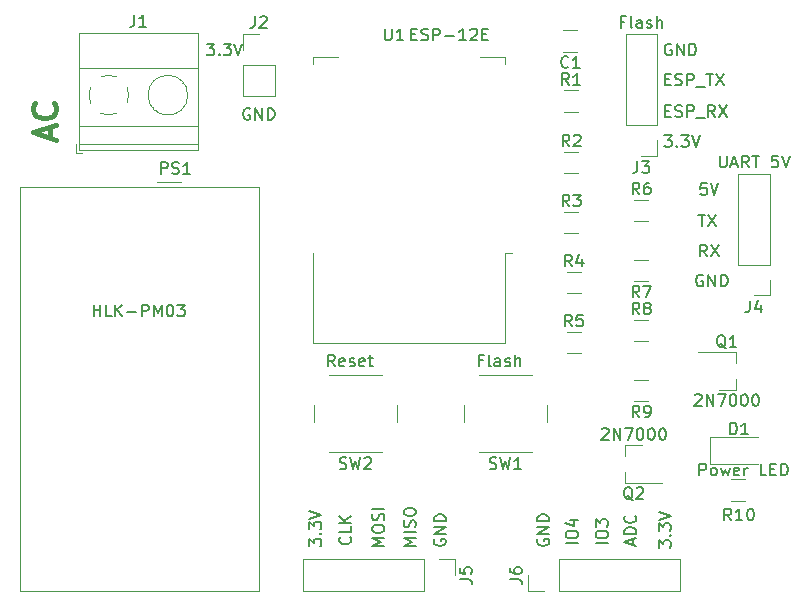
<source format=gto>
G04 #@! TF.GenerationSoftware,KiCad,Pcbnew,(5.1.2)-1*
G04 #@! TF.CreationDate,2019-12-22T13:40:19+06:00*
G04 #@! TF.ProjectId,esp12e-simple-board,65737031-3265-42d7-9369-6d706c652d62,rev?*
G04 #@! TF.SameCoordinates,Original*
G04 #@! TF.FileFunction,Legend,Top*
G04 #@! TF.FilePolarity,Positive*
%FSLAX46Y46*%
G04 Gerber Fmt 4.6, Leading zero omitted, Abs format (unit mm)*
G04 Created by KiCad (PCBNEW (5.1.2)-1) date 2019-12-22 13:40:19*
%MOMM*%
%LPD*%
G04 APERTURE LIST*
%ADD10C,0.400000*%
%ADD11C,0.150000*%
%ADD12C,0.120000*%
G04 APERTURE END LIST*
D10*
X15319333Y-22685190D02*
X15319333Y-21732809D01*
X15890761Y-22875666D02*
X13890761Y-22209000D01*
X15890761Y-21542333D01*
X15700285Y-19732809D02*
X15795523Y-19828047D01*
X15890761Y-20113761D01*
X15890761Y-20304238D01*
X15795523Y-20589952D01*
X15605047Y-20780428D01*
X15414571Y-20875666D01*
X15033619Y-20970904D01*
X14747904Y-20970904D01*
X14366952Y-20875666D01*
X14176476Y-20780428D01*
X13986000Y-20589952D01*
X13890761Y-20304238D01*
X13890761Y-20113761D01*
X13986000Y-19828047D01*
X14081238Y-19732809D01*
D11*
X66889380Y-57356190D02*
X66889380Y-56737142D01*
X67270333Y-57070476D01*
X67270333Y-56927619D01*
X67317952Y-56832380D01*
X67365571Y-56784761D01*
X67460809Y-56737142D01*
X67698904Y-56737142D01*
X67794142Y-56784761D01*
X67841761Y-56832380D01*
X67889380Y-56927619D01*
X67889380Y-57213333D01*
X67841761Y-57308571D01*
X67794142Y-57356190D01*
X67794142Y-56308571D02*
X67841761Y-56260952D01*
X67889380Y-56308571D01*
X67841761Y-56356190D01*
X67794142Y-56308571D01*
X67889380Y-56308571D01*
X66889380Y-55927619D02*
X66889380Y-55308571D01*
X67270333Y-55641904D01*
X67270333Y-55499047D01*
X67317952Y-55403809D01*
X67365571Y-55356190D01*
X67460809Y-55308571D01*
X67698904Y-55308571D01*
X67794142Y-55356190D01*
X67841761Y-55403809D01*
X67889380Y-55499047D01*
X67889380Y-55784761D01*
X67841761Y-55880000D01*
X67794142Y-55927619D01*
X66889380Y-55022857D02*
X67889380Y-54689523D01*
X66889380Y-54356190D01*
X64682666Y-57118095D02*
X64682666Y-56641904D01*
X64968380Y-57213333D02*
X63968380Y-56880000D01*
X64968380Y-56546666D01*
X64968380Y-56213333D02*
X63968380Y-56213333D01*
X63968380Y-55975238D01*
X64016000Y-55832380D01*
X64111238Y-55737142D01*
X64206476Y-55689523D01*
X64396952Y-55641904D01*
X64539809Y-55641904D01*
X64730285Y-55689523D01*
X64825523Y-55737142D01*
X64920761Y-55832380D01*
X64968380Y-55975238D01*
X64968380Y-56213333D01*
X64873142Y-54641904D02*
X64920761Y-54689523D01*
X64968380Y-54832380D01*
X64968380Y-54927619D01*
X64920761Y-55070476D01*
X64825523Y-55165714D01*
X64730285Y-55213333D01*
X64539809Y-55260952D01*
X64396952Y-55260952D01*
X64206476Y-55213333D01*
X64111238Y-55165714D01*
X64016000Y-55070476D01*
X63968380Y-54927619D01*
X63968380Y-54832380D01*
X64016000Y-54689523D01*
X64063619Y-54641904D01*
X62555380Y-57007000D02*
X61555380Y-57007000D01*
X61555380Y-56340333D02*
X61555380Y-56149857D01*
X61603000Y-56054619D01*
X61698238Y-55959380D01*
X61888714Y-55911761D01*
X62222047Y-55911761D01*
X62412523Y-55959380D01*
X62507761Y-56054619D01*
X62555380Y-56149857D01*
X62555380Y-56340333D01*
X62507761Y-56435571D01*
X62412523Y-56530809D01*
X62222047Y-56578428D01*
X61888714Y-56578428D01*
X61698238Y-56530809D01*
X61603000Y-56435571D01*
X61555380Y-56340333D01*
X61555380Y-55578428D02*
X61555380Y-54959380D01*
X61936333Y-55292714D01*
X61936333Y-55149857D01*
X61983952Y-55054619D01*
X62031571Y-55007000D01*
X62126809Y-54959380D01*
X62364904Y-54959380D01*
X62460142Y-55007000D01*
X62507761Y-55054619D01*
X62555380Y-55149857D01*
X62555380Y-55435571D01*
X62507761Y-55530809D01*
X62460142Y-55578428D01*
X60015380Y-57007000D02*
X59015380Y-57007000D01*
X59015380Y-56340333D02*
X59015380Y-56149857D01*
X59063000Y-56054619D01*
X59158238Y-55959380D01*
X59348714Y-55911761D01*
X59682047Y-55911761D01*
X59872523Y-55959380D01*
X59967761Y-56054619D01*
X60015380Y-56149857D01*
X60015380Y-56340333D01*
X59967761Y-56435571D01*
X59872523Y-56530809D01*
X59682047Y-56578428D01*
X59348714Y-56578428D01*
X59158238Y-56530809D01*
X59063000Y-56435571D01*
X59015380Y-56340333D01*
X59348714Y-55054619D02*
X60015380Y-55054619D01*
X58967761Y-55292714D02*
X59682047Y-55530809D01*
X59682047Y-54911761D01*
X56650000Y-56641904D02*
X56602380Y-56737142D01*
X56602380Y-56880000D01*
X56650000Y-57022857D01*
X56745238Y-57118095D01*
X56840476Y-57165714D01*
X57030952Y-57213333D01*
X57173809Y-57213333D01*
X57364285Y-57165714D01*
X57459523Y-57118095D01*
X57554761Y-57022857D01*
X57602380Y-56880000D01*
X57602380Y-56784761D01*
X57554761Y-56641904D01*
X57507142Y-56594285D01*
X57173809Y-56594285D01*
X57173809Y-56784761D01*
X57602380Y-56165714D02*
X56602380Y-56165714D01*
X57602380Y-55594285D01*
X56602380Y-55594285D01*
X57602380Y-55118095D02*
X56602380Y-55118095D01*
X56602380Y-54880000D01*
X56650000Y-54737142D01*
X56745238Y-54641904D01*
X56840476Y-54594285D01*
X57030952Y-54546666D01*
X57173809Y-54546666D01*
X57364285Y-54594285D01*
X57459523Y-54641904D01*
X57554761Y-54737142D01*
X57602380Y-54880000D01*
X57602380Y-55118095D01*
X47887000Y-56641904D02*
X47839380Y-56737142D01*
X47839380Y-56880000D01*
X47887000Y-57022857D01*
X47982238Y-57118095D01*
X48077476Y-57165714D01*
X48267952Y-57213333D01*
X48410809Y-57213333D01*
X48601285Y-57165714D01*
X48696523Y-57118095D01*
X48791761Y-57022857D01*
X48839380Y-56880000D01*
X48839380Y-56784761D01*
X48791761Y-56641904D01*
X48744142Y-56594285D01*
X48410809Y-56594285D01*
X48410809Y-56784761D01*
X48839380Y-56165714D02*
X47839380Y-56165714D01*
X48839380Y-55594285D01*
X47839380Y-55594285D01*
X48839380Y-55118095D02*
X47839380Y-55118095D01*
X47839380Y-54880000D01*
X47887000Y-54737142D01*
X47982238Y-54641904D01*
X48077476Y-54594285D01*
X48267952Y-54546666D01*
X48410809Y-54546666D01*
X48601285Y-54594285D01*
X48696523Y-54641904D01*
X48791761Y-54737142D01*
X48839380Y-54880000D01*
X48839380Y-55118095D01*
X46299380Y-57197428D02*
X45299380Y-57197428D01*
X46013666Y-56864095D01*
X45299380Y-56530761D01*
X46299380Y-56530761D01*
X46299380Y-56054571D02*
X45299380Y-56054571D01*
X46251761Y-55626000D02*
X46299380Y-55483142D01*
X46299380Y-55245047D01*
X46251761Y-55149809D01*
X46204142Y-55102190D01*
X46108904Y-55054571D01*
X46013666Y-55054571D01*
X45918428Y-55102190D01*
X45870809Y-55149809D01*
X45823190Y-55245047D01*
X45775571Y-55435523D01*
X45727952Y-55530761D01*
X45680333Y-55578380D01*
X45585095Y-55626000D01*
X45489857Y-55626000D01*
X45394619Y-55578380D01*
X45347000Y-55530761D01*
X45299380Y-55435523D01*
X45299380Y-55197428D01*
X45347000Y-55054571D01*
X45299380Y-54435523D02*
X45299380Y-54245047D01*
X45347000Y-54149809D01*
X45442238Y-54054571D01*
X45632714Y-54006952D01*
X45966047Y-54006952D01*
X46156523Y-54054571D01*
X46251761Y-54149809D01*
X46299380Y-54245047D01*
X46299380Y-54435523D01*
X46251761Y-54530761D01*
X46156523Y-54626000D01*
X45966047Y-54673619D01*
X45632714Y-54673619D01*
X45442238Y-54626000D01*
X45347000Y-54530761D01*
X45299380Y-54435523D01*
X43632380Y-57197428D02*
X42632380Y-57197428D01*
X43346666Y-56864095D01*
X42632380Y-56530761D01*
X43632380Y-56530761D01*
X42632380Y-55864095D02*
X42632380Y-55673619D01*
X42680000Y-55578380D01*
X42775238Y-55483142D01*
X42965714Y-55435523D01*
X43299047Y-55435523D01*
X43489523Y-55483142D01*
X43584761Y-55578380D01*
X43632380Y-55673619D01*
X43632380Y-55864095D01*
X43584761Y-55959333D01*
X43489523Y-56054571D01*
X43299047Y-56102190D01*
X42965714Y-56102190D01*
X42775238Y-56054571D01*
X42680000Y-55959333D01*
X42632380Y-55864095D01*
X43584761Y-55054571D02*
X43632380Y-54911714D01*
X43632380Y-54673619D01*
X43584761Y-54578380D01*
X43537142Y-54530761D01*
X43441904Y-54483142D01*
X43346666Y-54483142D01*
X43251428Y-54530761D01*
X43203809Y-54578380D01*
X43156190Y-54673619D01*
X43108571Y-54864095D01*
X43060952Y-54959333D01*
X43013333Y-55006952D01*
X42918095Y-55054571D01*
X42822857Y-55054571D01*
X42727619Y-55006952D01*
X42680000Y-54959333D01*
X42632380Y-54864095D01*
X42632380Y-54626000D01*
X42680000Y-54483142D01*
X43632380Y-54054571D02*
X42632380Y-54054571D01*
X40743142Y-56475238D02*
X40790761Y-56522857D01*
X40838380Y-56665714D01*
X40838380Y-56760952D01*
X40790761Y-56903809D01*
X40695523Y-56999047D01*
X40600285Y-57046666D01*
X40409809Y-57094285D01*
X40266952Y-57094285D01*
X40076476Y-57046666D01*
X39981238Y-56999047D01*
X39886000Y-56903809D01*
X39838380Y-56760952D01*
X39838380Y-56665714D01*
X39886000Y-56522857D01*
X39933619Y-56475238D01*
X40838380Y-55570476D02*
X40838380Y-56046666D01*
X39838380Y-56046666D01*
X40838380Y-55237142D02*
X39838380Y-55237142D01*
X40838380Y-54665714D02*
X40266952Y-55094285D01*
X39838380Y-54665714D02*
X40409809Y-55237142D01*
X37298380Y-57229190D02*
X37298380Y-56610142D01*
X37679333Y-56943476D01*
X37679333Y-56800619D01*
X37726952Y-56705380D01*
X37774571Y-56657761D01*
X37869809Y-56610142D01*
X38107904Y-56610142D01*
X38203142Y-56657761D01*
X38250761Y-56705380D01*
X38298380Y-56800619D01*
X38298380Y-57086333D01*
X38250761Y-57181571D01*
X38203142Y-57229190D01*
X38203142Y-56181571D02*
X38250761Y-56133952D01*
X38298380Y-56181571D01*
X38250761Y-56229190D01*
X38203142Y-56181571D01*
X38298380Y-56181571D01*
X37298380Y-55800619D02*
X37298380Y-55181571D01*
X37679333Y-55514904D01*
X37679333Y-55372047D01*
X37726952Y-55276809D01*
X37774571Y-55229190D01*
X37869809Y-55181571D01*
X38107904Y-55181571D01*
X38203142Y-55229190D01*
X38250761Y-55276809D01*
X38298380Y-55372047D01*
X38298380Y-55657761D01*
X38250761Y-55753000D01*
X38203142Y-55800619D01*
X37298380Y-54895857D02*
X38298380Y-54562523D01*
X37298380Y-54229190D01*
X32258095Y-20201000D02*
X32162857Y-20153380D01*
X32020000Y-20153380D01*
X31877142Y-20201000D01*
X31781904Y-20296238D01*
X31734285Y-20391476D01*
X31686666Y-20581952D01*
X31686666Y-20724809D01*
X31734285Y-20915285D01*
X31781904Y-21010523D01*
X31877142Y-21105761D01*
X32020000Y-21153380D01*
X32115238Y-21153380D01*
X32258095Y-21105761D01*
X32305714Y-21058142D01*
X32305714Y-20724809D01*
X32115238Y-20724809D01*
X32734285Y-21153380D02*
X32734285Y-20153380D01*
X33305714Y-21153380D01*
X33305714Y-20153380D01*
X33781904Y-21153380D02*
X33781904Y-20153380D01*
X34020000Y-20153380D01*
X34162857Y-20201000D01*
X34258095Y-20296238D01*
X34305714Y-20391476D01*
X34353333Y-20581952D01*
X34353333Y-20724809D01*
X34305714Y-20915285D01*
X34258095Y-21010523D01*
X34162857Y-21105761D01*
X34020000Y-21153380D01*
X33781904Y-21153380D01*
X70612095Y-34298000D02*
X70516857Y-34250380D01*
X70374000Y-34250380D01*
X70231142Y-34298000D01*
X70135904Y-34393238D01*
X70088285Y-34488476D01*
X70040666Y-34678952D01*
X70040666Y-34821809D01*
X70088285Y-35012285D01*
X70135904Y-35107523D01*
X70231142Y-35202761D01*
X70374000Y-35250380D01*
X70469238Y-35250380D01*
X70612095Y-35202761D01*
X70659714Y-35155142D01*
X70659714Y-34821809D01*
X70469238Y-34821809D01*
X71088285Y-35250380D02*
X71088285Y-34250380D01*
X71659714Y-35250380D01*
X71659714Y-34250380D01*
X72135904Y-35250380D02*
X72135904Y-34250380D01*
X72374000Y-34250380D01*
X72516857Y-34298000D01*
X72612095Y-34393238D01*
X72659714Y-34488476D01*
X72707333Y-34678952D01*
X72707333Y-34821809D01*
X72659714Y-35012285D01*
X72612095Y-35107523D01*
X72516857Y-35202761D01*
X72374000Y-35250380D01*
X72135904Y-35250380D01*
X70953333Y-32710380D02*
X70620000Y-32234190D01*
X70381904Y-32710380D02*
X70381904Y-31710380D01*
X70762857Y-31710380D01*
X70858095Y-31758000D01*
X70905714Y-31805619D01*
X70953333Y-31900857D01*
X70953333Y-32043714D01*
X70905714Y-32138952D01*
X70858095Y-32186571D01*
X70762857Y-32234190D01*
X70381904Y-32234190D01*
X71286666Y-31710380D02*
X71953333Y-32710380D01*
X71953333Y-31710380D02*
X71286666Y-32710380D01*
X70231095Y-29170380D02*
X70802523Y-29170380D01*
X70516809Y-30170380D02*
X70516809Y-29170380D01*
X71040619Y-29170380D02*
X71707285Y-30170380D01*
X71707285Y-29170380D02*
X71040619Y-30170380D01*
X70929523Y-26503380D02*
X70453333Y-26503380D01*
X70405714Y-26979571D01*
X70453333Y-26931952D01*
X70548571Y-26884333D01*
X70786666Y-26884333D01*
X70881904Y-26931952D01*
X70929523Y-26979571D01*
X70977142Y-27074809D01*
X70977142Y-27312904D01*
X70929523Y-27408142D01*
X70881904Y-27455761D01*
X70786666Y-27503380D01*
X70548571Y-27503380D01*
X70453333Y-27455761D01*
X70405714Y-27408142D01*
X71262857Y-26503380D02*
X71596190Y-27503380D01*
X71929523Y-26503380D01*
X67357809Y-22439380D02*
X67976857Y-22439380D01*
X67643523Y-22820333D01*
X67786380Y-22820333D01*
X67881619Y-22867952D01*
X67929238Y-22915571D01*
X67976857Y-23010809D01*
X67976857Y-23248904D01*
X67929238Y-23344142D01*
X67881619Y-23391761D01*
X67786380Y-23439380D01*
X67500666Y-23439380D01*
X67405428Y-23391761D01*
X67357809Y-23344142D01*
X68405428Y-23344142D02*
X68453047Y-23391761D01*
X68405428Y-23439380D01*
X68357809Y-23391761D01*
X68405428Y-23344142D01*
X68405428Y-23439380D01*
X68786380Y-22439380D02*
X69405428Y-22439380D01*
X69072095Y-22820333D01*
X69214952Y-22820333D01*
X69310190Y-22867952D01*
X69357809Y-22915571D01*
X69405428Y-23010809D01*
X69405428Y-23248904D01*
X69357809Y-23344142D01*
X69310190Y-23391761D01*
X69214952Y-23439380D01*
X68929238Y-23439380D01*
X68834000Y-23391761D01*
X68786380Y-23344142D01*
X69691142Y-22439380D02*
X70024476Y-23439380D01*
X70357809Y-22439380D01*
X67429380Y-20375571D02*
X67762714Y-20375571D01*
X67905571Y-20899380D02*
X67429380Y-20899380D01*
X67429380Y-19899380D01*
X67905571Y-19899380D01*
X68286523Y-20851761D02*
X68429380Y-20899380D01*
X68667476Y-20899380D01*
X68762714Y-20851761D01*
X68810333Y-20804142D01*
X68857952Y-20708904D01*
X68857952Y-20613666D01*
X68810333Y-20518428D01*
X68762714Y-20470809D01*
X68667476Y-20423190D01*
X68477000Y-20375571D01*
X68381761Y-20327952D01*
X68334142Y-20280333D01*
X68286523Y-20185095D01*
X68286523Y-20089857D01*
X68334142Y-19994619D01*
X68381761Y-19947000D01*
X68477000Y-19899380D01*
X68715095Y-19899380D01*
X68857952Y-19947000D01*
X69286523Y-20899380D02*
X69286523Y-19899380D01*
X69667476Y-19899380D01*
X69762714Y-19947000D01*
X69810333Y-19994619D01*
X69857952Y-20089857D01*
X69857952Y-20232714D01*
X69810333Y-20327952D01*
X69762714Y-20375571D01*
X69667476Y-20423190D01*
X69286523Y-20423190D01*
X70048428Y-20994619D02*
X70810333Y-20994619D01*
X71619857Y-20899380D02*
X71286523Y-20423190D01*
X71048428Y-20899380D02*
X71048428Y-19899380D01*
X71429380Y-19899380D01*
X71524619Y-19947000D01*
X71572238Y-19994619D01*
X71619857Y-20089857D01*
X71619857Y-20232714D01*
X71572238Y-20327952D01*
X71524619Y-20375571D01*
X71429380Y-20423190D01*
X71048428Y-20423190D01*
X71953190Y-19899380D02*
X72619857Y-20899380D01*
X72619857Y-19899380D02*
X71953190Y-20899380D01*
X67421428Y-17708571D02*
X67754761Y-17708571D01*
X67897619Y-18232380D02*
X67421428Y-18232380D01*
X67421428Y-17232380D01*
X67897619Y-17232380D01*
X68278571Y-18184761D02*
X68421428Y-18232380D01*
X68659523Y-18232380D01*
X68754761Y-18184761D01*
X68802380Y-18137142D01*
X68850000Y-18041904D01*
X68850000Y-17946666D01*
X68802380Y-17851428D01*
X68754761Y-17803809D01*
X68659523Y-17756190D01*
X68469047Y-17708571D01*
X68373809Y-17660952D01*
X68326190Y-17613333D01*
X68278571Y-17518095D01*
X68278571Y-17422857D01*
X68326190Y-17327619D01*
X68373809Y-17280000D01*
X68469047Y-17232380D01*
X68707142Y-17232380D01*
X68850000Y-17280000D01*
X69278571Y-18232380D02*
X69278571Y-17232380D01*
X69659523Y-17232380D01*
X69754761Y-17280000D01*
X69802380Y-17327619D01*
X69850000Y-17422857D01*
X69850000Y-17565714D01*
X69802380Y-17660952D01*
X69754761Y-17708571D01*
X69659523Y-17756190D01*
X69278571Y-17756190D01*
X70040476Y-18327619D02*
X70802380Y-18327619D01*
X70897619Y-17232380D02*
X71469047Y-17232380D01*
X71183333Y-18232380D02*
X71183333Y-17232380D01*
X71707142Y-17232380D02*
X72373809Y-18232380D01*
X72373809Y-17232380D02*
X71707142Y-18232380D01*
X67945095Y-14740000D02*
X67849857Y-14692380D01*
X67707000Y-14692380D01*
X67564142Y-14740000D01*
X67468904Y-14835238D01*
X67421285Y-14930476D01*
X67373666Y-15120952D01*
X67373666Y-15263809D01*
X67421285Y-15454285D01*
X67468904Y-15549523D01*
X67564142Y-15644761D01*
X67707000Y-15692380D01*
X67802238Y-15692380D01*
X67945095Y-15644761D01*
X67992714Y-15597142D01*
X67992714Y-15263809D01*
X67802238Y-15263809D01*
X68421285Y-15692380D02*
X68421285Y-14692380D01*
X68992714Y-15692380D01*
X68992714Y-14692380D01*
X69468904Y-15692380D02*
X69468904Y-14692380D01*
X69707000Y-14692380D01*
X69849857Y-14740000D01*
X69945095Y-14835238D01*
X69992714Y-14930476D01*
X70040333Y-15120952D01*
X70040333Y-15263809D01*
X69992714Y-15454285D01*
X69945095Y-15549523D01*
X69849857Y-15644761D01*
X69707000Y-15692380D01*
X69468904Y-15692380D01*
D12*
X73012936Y-53399000D02*
X74217064Y-53399000D01*
X73012936Y-51579000D02*
X74217064Y-51579000D01*
X71200000Y-50284000D02*
X75260000Y-50284000D01*
X71200000Y-48014000D02*
X71200000Y-50284000D01*
X75260000Y-48014000D02*
X71200000Y-48014000D01*
X53840000Y-32440000D02*
X54450000Y-32440000D01*
X53840000Y-32440000D02*
X53840000Y-40060000D01*
X53840000Y-15820000D02*
X53840000Y-16440000D01*
X51720000Y-15820000D02*
X53840000Y-15820000D01*
X37600000Y-15820000D02*
X39720000Y-15820000D01*
X37600000Y-16440000D02*
X37600000Y-15820000D01*
X37600000Y-40060000D02*
X37600000Y-32440000D01*
X53840000Y-40060000D02*
X37600000Y-40060000D01*
X37700000Y-45260000D02*
X37700000Y-46760000D01*
X38950000Y-49260000D02*
X43450000Y-49260000D01*
X44700000Y-46760000D02*
X44700000Y-45260000D01*
X43450000Y-42760000D02*
X38950000Y-42760000D01*
X50400000Y-45260000D02*
X50400000Y-46760000D01*
X51650000Y-49260000D02*
X56150000Y-49260000D01*
X57400000Y-46760000D02*
X57400000Y-45260000D01*
X56150000Y-42760000D02*
X51650000Y-42760000D01*
X66007064Y-43159000D02*
X64802936Y-43159000D01*
X66007064Y-44979000D02*
X64802936Y-44979000D01*
X64802936Y-39899000D02*
X66007064Y-39899000D01*
X64802936Y-38079000D02*
X66007064Y-38079000D01*
X66007064Y-32999000D02*
X64802936Y-32999000D01*
X66007064Y-34819000D02*
X64802936Y-34819000D01*
X64802936Y-29739000D02*
X66007064Y-29739000D01*
X64802936Y-27919000D02*
X66007064Y-27919000D01*
X59087936Y-40915000D02*
X60292064Y-40915000D01*
X59087936Y-39095000D02*
X60292064Y-39095000D01*
X59087936Y-35835000D02*
X60292064Y-35835000D01*
X59087936Y-34015000D02*
X60292064Y-34015000D01*
X58870436Y-30755000D02*
X60074564Y-30755000D01*
X58870436Y-28935000D02*
X60074564Y-28935000D01*
X58870436Y-25675000D02*
X60074564Y-25675000D01*
X58870436Y-23855000D02*
X60074564Y-23855000D01*
X58833936Y-18648000D02*
X60038064Y-18648000D01*
X58833936Y-20468000D02*
X60038064Y-20468000D01*
X64010000Y-48712000D02*
X65470000Y-48712000D01*
X64010000Y-51872000D02*
X67170000Y-51872000D01*
X64010000Y-51872000D02*
X64010000Y-50942000D01*
X64010000Y-48712000D02*
X64010000Y-49642000D01*
X73404000Y-43998000D02*
X71944000Y-43998000D01*
X73404000Y-40838000D02*
X70244000Y-40838000D01*
X73404000Y-40838000D02*
X73404000Y-41768000D01*
X73404000Y-43998000D02*
X73404000Y-43068000D01*
X26400000Y-26420000D02*
X24390000Y-26420000D01*
X33000000Y-61010000D02*
X33000000Y-26810000D01*
X12800000Y-61010000D02*
X33000000Y-61010000D01*
X12800000Y-26810000D02*
X12800000Y-61010000D01*
X33000000Y-26810000D02*
X12800000Y-26810000D01*
X55820000Y-61020000D02*
X55820000Y-59690000D01*
X57150000Y-61020000D02*
X55820000Y-61020000D01*
X58420000Y-61020000D02*
X58420000Y-58360000D01*
X58420000Y-58360000D02*
X68640000Y-58360000D01*
X58420000Y-61020000D02*
X68640000Y-61020000D01*
X68640000Y-61020000D02*
X68640000Y-58360000D01*
X49590000Y-58360000D02*
X49590000Y-59690000D01*
X48260000Y-58360000D02*
X49590000Y-58360000D01*
X46990000Y-58360000D02*
X46990000Y-61020000D01*
X46990000Y-61020000D02*
X36770000Y-61020000D01*
X46990000Y-58360000D02*
X36770000Y-58360000D01*
X36770000Y-58360000D02*
X36770000Y-61020000D01*
X76260000Y-36001000D02*
X74930000Y-36001000D01*
X76260000Y-34671000D02*
X76260000Y-36001000D01*
X76260000Y-33401000D02*
X73600000Y-33401000D01*
X73600000Y-33401000D02*
X73600000Y-25721000D01*
X76260000Y-33401000D02*
X76260000Y-25721000D01*
X76260000Y-25721000D02*
X73600000Y-25721000D01*
X66735000Y-24190000D02*
X65405000Y-24190000D01*
X66735000Y-22860000D02*
X66735000Y-24190000D01*
X66735000Y-21590000D02*
X64075000Y-21590000D01*
X64075000Y-21590000D02*
X64075000Y-13910000D01*
X66735000Y-21590000D02*
X66735000Y-13910000D01*
X66735000Y-13910000D02*
X64075000Y-13910000D01*
X31690000Y-13910000D02*
X33020000Y-13910000D01*
X31690000Y-15240000D02*
X31690000Y-13910000D01*
X31690000Y-16510000D02*
X34350000Y-16510000D01*
X34350000Y-16510000D02*
X34350000Y-19110000D01*
X31690000Y-16510000D02*
X31690000Y-19110000D01*
X31690000Y-19110000D02*
X34350000Y-19110000D01*
X17520000Y-23950000D02*
X18020000Y-23950000D01*
X17520000Y-23210000D02*
X17520000Y-23950000D01*
X24093000Y-20073000D02*
X24046000Y-20119000D01*
X26390000Y-17775000D02*
X26355000Y-17811000D01*
X24286000Y-20289000D02*
X24251000Y-20324000D01*
X26595000Y-17981000D02*
X26548000Y-18027000D01*
X27880000Y-13789000D02*
X27880000Y-23710000D01*
X17760000Y-13789000D02*
X17760000Y-23710000D01*
X17760000Y-23710000D02*
X27880000Y-23710000D01*
X17760000Y-13789000D02*
X27880000Y-13789000D01*
X17760000Y-16749000D02*
X27880000Y-16749000D01*
X17760000Y-21650000D02*
X27880000Y-21650000D01*
X17760000Y-23150000D02*
X27880000Y-23150000D01*
X27000000Y-19050000D02*
G75*
G03X27000000Y-19050000I-1680000J0D01*
G01*
X20348805Y-20730253D02*
G75*
G02X19636000Y-20585000I-28805J1680253D01*
G01*
X18784574Y-19733042D02*
G75*
G02X18785000Y-18366000I1535426J683042D01*
G01*
X19636958Y-17514574D02*
G75*
G02X21004000Y-17515000I683042J-1535426D01*
G01*
X21855426Y-18366958D02*
G75*
G02X21855000Y-19734000I-1535426J-683042D01*
G01*
X21003318Y-20584756D02*
G75*
G02X20320000Y-20730000I-683318J1534756D01*
G01*
X60001564Y-13568000D02*
X58797436Y-13568000D01*
X60001564Y-15388000D02*
X58797436Y-15388000D01*
D11*
X73017142Y-55062380D02*
X72683809Y-54586190D01*
X72445714Y-55062380D02*
X72445714Y-54062380D01*
X72826666Y-54062380D01*
X72921904Y-54110000D01*
X72969523Y-54157619D01*
X73017142Y-54252857D01*
X73017142Y-54395714D01*
X72969523Y-54490952D01*
X72921904Y-54538571D01*
X72826666Y-54586190D01*
X72445714Y-54586190D01*
X73969523Y-55062380D02*
X73398095Y-55062380D01*
X73683809Y-55062380D02*
X73683809Y-54062380D01*
X73588571Y-54205238D01*
X73493333Y-54300476D01*
X73398095Y-54348095D01*
X74588571Y-54062380D02*
X74683809Y-54062380D01*
X74779047Y-54110000D01*
X74826666Y-54157619D01*
X74874285Y-54252857D01*
X74921904Y-54443333D01*
X74921904Y-54681428D01*
X74874285Y-54871904D01*
X74826666Y-54967142D01*
X74779047Y-55014761D01*
X74683809Y-55062380D01*
X74588571Y-55062380D01*
X74493333Y-55014761D01*
X74445714Y-54967142D01*
X74398095Y-54871904D01*
X74350476Y-54681428D01*
X74350476Y-54443333D01*
X74398095Y-54252857D01*
X74445714Y-54157619D01*
X74493333Y-54110000D01*
X74588571Y-54062380D01*
X72921904Y-47781380D02*
X72921904Y-46781380D01*
X73160000Y-46781380D01*
X73302857Y-46829000D01*
X73398095Y-46924238D01*
X73445714Y-47019476D01*
X73493333Y-47209952D01*
X73493333Y-47352809D01*
X73445714Y-47543285D01*
X73398095Y-47638523D01*
X73302857Y-47733761D01*
X73160000Y-47781380D01*
X72921904Y-47781380D01*
X74445714Y-47781380D02*
X73874285Y-47781380D01*
X74160000Y-47781380D02*
X74160000Y-46781380D01*
X74064761Y-46924238D01*
X73969523Y-47019476D01*
X73874285Y-47067095D01*
X70326714Y-51252380D02*
X70326714Y-50252380D01*
X70707666Y-50252380D01*
X70802904Y-50300000D01*
X70850523Y-50347619D01*
X70898142Y-50442857D01*
X70898142Y-50585714D01*
X70850523Y-50680952D01*
X70802904Y-50728571D01*
X70707666Y-50776190D01*
X70326714Y-50776190D01*
X71469571Y-51252380D02*
X71374333Y-51204761D01*
X71326714Y-51157142D01*
X71279095Y-51061904D01*
X71279095Y-50776190D01*
X71326714Y-50680952D01*
X71374333Y-50633333D01*
X71469571Y-50585714D01*
X71612428Y-50585714D01*
X71707666Y-50633333D01*
X71755285Y-50680952D01*
X71802904Y-50776190D01*
X71802904Y-51061904D01*
X71755285Y-51157142D01*
X71707666Y-51204761D01*
X71612428Y-51252380D01*
X71469571Y-51252380D01*
X72136238Y-50585714D02*
X72326714Y-51252380D01*
X72517190Y-50776190D01*
X72707666Y-51252380D01*
X72898142Y-50585714D01*
X73660047Y-51204761D02*
X73564809Y-51252380D01*
X73374333Y-51252380D01*
X73279095Y-51204761D01*
X73231476Y-51109523D01*
X73231476Y-50728571D01*
X73279095Y-50633333D01*
X73374333Y-50585714D01*
X73564809Y-50585714D01*
X73660047Y-50633333D01*
X73707666Y-50728571D01*
X73707666Y-50823809D01*
X73231476Y-50919047D01*
X74136238Y-51252380D02*
X74136238Y-50585714D01*
X74136238Y-50776190D02*
X74183857Y-50680952D01*
X74231476Y-50633333D01*
X74326714Y-50585714D01*
X74421952Y-50585714D01*
X75993380Y-51252380D02*
X75517190Y-51252380D01*
X75517190Y-50252380D01*
X76326714Y-50728571D02*
X76660047Y-50728571D01*
X76802904Y-51252380D02*
X76326714Y-51252380D01*
X76326714Y-50252380D01*
X76802904Y-50252380D01*
X77231476Y-51252380D02*
X77231476Y-50252380D01*
X77469571Y-50252380D01*
X77612428Y-50300000D01*
X77707666Y-50395238D01*
X77755285Y-50490476D01*
X77802904Y-50680952D01*
X77802904Y-50823809D01*
X77755285Y-51014285D01*
X77707666Y-51109523D01*
X77612428Y-51204761D01*
X77469571Y-51252380D01*
X77231476Y-51252380D01*
X43688095Y-13422380D02*
X43688095Y-14231904D01*
X43735714Y-14327142D01*
X43783333Y-14374761D01*
X43878571Y-14422380D01*
X44069047Y-14422380D01*
X44164285Y-14374761D01*
X44211904Y-14327142D01*
X44259523Y-14231904D01*
X44259523Y-13422380D01*
X45259523Y-14422380D02*
X44688095Y-14422380D01*
X44973809Y-14422380D02*
X44973809Y-13422380D01*
X44878571Y-13565238D01*
X44783333Y-13660476D01*
X44688095Y-13708095D01*
X45934714Y-13898571D02*
X46268047Y-13898571D01*
X46410904Y-14422380D02*
X45934714Y-14422380D01*
X45934714Y-13422380D01*
X46410904Y-13422380D01*
X46791857Y-14374761D02*
X46934714Y-14422380D01*
X47172809Y-14422380D01*
X47268047Y-14374761D01*
X47315666Y-14327142D01*
X47363285Y-14231904D01*
X47363285Y-14136666D01*
X47315666Y-14041428D01*
X47268047Y-13993809D01*
X47172809Y-13946190D01*
X46982333Y-13898571D01*
X46887095Y-13850952D01*
X46839476Y-13803333D01*
X46791857Y-13708095D01*
X46791857Y-13612857D01*
X46839476Y-13517619D01*
X46887095Y-13470000D01*
X46982333Y-13422380D01*
X47220428Y-13422380D01*
X47363285Y-13470000D01*
X47791857Y-14422380D02*
X47791857Y-13422380D01*
X48172809Y-13422380D01*
X48268047Y-13470000D01*
X48315666Y-13517619D01*
X48363285Y-13612857D01*
X48363285Y-13755714D01*
X48315666Y-13850952D01*
X48268047Y-13898571D01*
X48172809Y-13946190D01*
X47791857Y-13946190D01*
X48791857Y-14041428D02*
X49553761Y-14041428D01*
X50553761Y-14422380D02*
X49982333Y-14422380D01*
X50268047Y-14422380D02*
X50268047Y-13422380D01*
X50172809Y-13565238D01*
X50077571Y-13660476D01*
X49982333Y-13708095D01*
X50934714Y-13517619D02*
X50982333Y-13470000D01*
X51077571Y-13422380D01*
X51315666Y-13422380D01*
X51410904Y-13470000D01*
X51458523Y-13517619D01*
X51506142Y-13612857D01*
X51506142Y-13708095D01*
X51458523Y-13850952D01*
X50887095Y-14422380D01*
X51506142Y-14422380D01*
X51934714Y-13898571D02*
X52268047Y-13898571D01*
X52410904Y-14422380D02*
X51934714Y-14422380D01*
X51934714Y-13422380D01*
X52410904Y-13422380D01*
X39866666Y-50664761D02*
X40009523Y-50712380D01*
X40247619Y-50712380D01*
X40342857Y-50664761D01*
X40390476Y-50617142D01*
X40438095Y-50521904D01*
X40438095Y-50426666D01*
X40390476Y-50331428D01*
X40342857Y-50283809D01*
X40247619Y-50236190D01*
X40057142Y-50188571D01*
X39961904Y-50140952D01*
X39914285Y-50093333D01*
X39866666Y-49998095D01*
X39866666Y-49902857D01*
X39914285Y-49807619D01*
X39961904Y-49760000D01*
X40057142Y-49712380D01*
X40295238Y-49712380D01*
X40438095Y-49760000D01*
X40771428Y-49712380D02*
X41009523Y-50712380D01*
X41200000Y-49998095D01*
X41390476Y-50712380D01*
X41628571Y-49712380D01*
X41961904Y-49807619D02*
X42009523Y-49760000D01*
X42104761Y-49712380D01*
X42342857Y-49712380D01*
X42438095Y-49760000D01*
X42485714Y-49807619D01*
X42533333Y-49902857D01*
X42533333Y-49998095D01*
X42485714Y-50140952D01*
X41914285Y-50712380D01*
X42533333Y-50712380D01*
X39461904Y-42012380D02*
X39128571Y-41536190D01*
X38890476Y-42012380D02*
X38890476Y-41012380D01*
X39271428Y-41012380D01*
X39366666Y-41060000D01*
X39414285Y-41107619D01*
X39461904Y-41202857D01*
X39461904Y-41345714D01*
X39414285Y-41440952D01*
X39366666Y-41488571D01*
X39271428Y-41536190D01*
X38890476Y-41536190D01*
X40271428Y-41964761D02*
X40176190Y-42012380D01*
X39985714Y-42012380D01*
X39890476Y-41964761D01*
X39842857Y-41869523D01*
X39842857Y-41488571D01*
X39890476Y-41393333D01*
X39985714Y-41345714D01*
X40176190Y-41345714D01*
X40271428Y-41393333D01*
X40319047Y-41488571D01*
X40319047Y-41583809D01*
X39842857Y-41679047D01*
X40700000Y-41964761D02*
X40795238Y-42012380D01*
X40985714Y-42012380D01*
X41080952Y-41964761D01*
X41128571Y-41869523D01*
X41128571Y-41821904D01*
X41080952Y-41726666D01*
X40985714Y-41679047D01*
X40842857Y-41679047D01*
X40747619Y-41631428D01*
X40700000Y-41536190D01*
X40700000Y-41488571D01*
X40747619Y-41393333D01*
X40842857Y-41345714D01*
X40985714Y-41345714D01*
X41080952Y-41393333D01*
X41938095Y-41964761D02*
X41842857Y-42012380D01*
X41652380Y-42012380D01*
X41557142Y-41964761D01*
X41509523Y-41869523D01*
X41509523Y-41488571D01*
X41557142Y-41393333D01*
X41652380Y-41345714D01*
X41842857Y-41345714D01*
X41938095Y-41393333D01*
X41985714Y-41488571D01*
X41985714Y-41583809D01*
X41509523Y-41679047D01*
X42271428Y-41345714D02*
X42652380Y-41345714D01*
X42414285Y-41012380D02*
X42414285Y-41869523D01*
X42461904Y-41964761D01*
X42557142Y-42012380D01*
X42652380Y-42012380D01*
X52566666Y-50664761D02*
X52709523Y-50712380D01*
X52947619Y-50712380D01*
X53042857Y-50664761D01*
X53090476Y-50617142D01*
X53138095Y-50521904D01*
X53138095Y-50426666D01*
X53090476Y-50331428D01*
X53042857Y-50283809D01*
X52947619Y-50236190D01*
X52757142Y-50188571D01*
X52661904Y-50140952D01*
X52614285Y-50093333D01*
X52566666Y-49998095D01*
X52566666Y-49902857D01*
X52614285Y-49807619D01*
X52661904Y-49760000D01*
X52757142Y-49712380D01*
X52995238Y-49712380D01*
X53138095Y-49760000D01*
X53471428Y-49712380D02*
X53709523Y-50712380D01*
X53900000Y-49998095D01*
X54090476Y-50712380D01*
X54328571Y-49712380D01*
X55233333Y-50712380D02*
X54661904Y-50712380D01*
X54947619Y-50712380D02*
X54947619Y-49712380D01*
X54852380Y-49855238D01*
X54757142Y-49950476D01*
X54661904Y-49998095D01*
X51971428Y-41488571D02*
X51638095Y-41488571D01*
X51638095Y-42012380D02*
X51638095Y-41012380D01*
X52114285Y-41012380D01*
X52638095Y-42012380D02*
X52542857Y-41964761D01*
X52495238Y-41869523D01*
X52495238Y-41012380D01*
X53447619Y-42012380D02*
X53447619Y-41488571D01*
X53400000Y-41393333D01*
X53304761Y-41345714D01*
X53114285Y-41345714D01*
X53019047Y-41393333D01*
X53447619Y-41964761D02*
X53352380Y-42012380D01*
X53114285Y-42012380D01*
X53019047Y-41964761D01*
X52971428Y-41869523D01*
X52971428Y-41774285D01*
X53019047Y-41679047D01*
X53114285Y-41631428D01*
X53352380Y-41631428D01*
X53447619Y-41583809D01*
X53876190Y-41964761D02*
X53971428Y-42012380D01*
X54161904Y-42012380D01*
X54257142Y-41964761D01*
X54304761Y-41869523D01*
X54304761Y-41821904D01*
X54257142Y-41726666D01*
X54161904Y-41679047D01*
X54019047Y-41679047D01*
X53923809Y-41631428D01*
X53876190Y-41536190D01*
X53876190Y-41488571D01*
X53923809Y-41393333D01*
X54019047Y-41345714D01*
X54161904Y-41345714D01*
X54257142Y-41393333D01*
X54733333Y-42012380D02*
X54733333Y-41012380D01*
X55161904Y-42012380D02*
X55161904Y-41488571D01*
X55114285Y-41393333D01*
X55019047Y-41345714D01*
X54876190Y-41345714D01*
X54780952Y-41393333D01*
X54733333Y-41440952D01*
X65238333Y-46341380D02*
X64905000Y-45865190D01*
X64666904Y-46341380D02*
X64666904Y-45341380D01*
X65047857Y-45341380D01*
X65143095Y-45389000D01*
X65190714Y-45436619D01*
X65238333Y-45531857D01*
X65238333Y-45674714D01*
X65190714Y-45769952D01*
X65143095Y-45817571D01*
X65047857Y-45865190D01*
X64666904Y-45865190D01*
X65714523Y-46341380D02*
X65905000Y-46341380D01*
X66000238Y-46293761D01*
X66047857Y-46246142D01*
X66143095Y-46103285D01*
X66190714Y-45912809D01*
X66190714Y-45531857D01*
X66143095Y-45436619D01*
X66095476Y-45389000D01*
X66000238Y-45341380D01*
X65809761Y-45341380D01*
X65714523Y-45389000D01*
X65666904Y-45436619D01*
X65619285Y-45531857D01*
X65619285Y-45769952D01*
X65666904Y-45865190D01*
X65714523Y-45912809D01*
X65809761Y-45960428D01*
X66000238Y-45960428D01*
X66095476Y-45912809D01*
X66143095Y-45865190D01*
X66190714Y-45769952D01*
X65238333Y-37621380D02*
X64905000Y-37145190D01*
X64666904Y-37621380D02*
X64666904Y-36621380D01*
X65047857Y-36621380D01*
X65143095Y-36669000D01*
X65190714Y-36716619D01*
X65238333Y-36811857D01*
X65238333Y-36954714D01*
X65190714Y-37049952D01*
X65143095Y-37097571D01*
X65047857Y-37145190D01*
X64666904Y-37145190D01*
X65809761Y-37049952D02*
X65714523Y-37002333D01*
X65666904Y-36954714D01*
X65619285Y-36859476D01*
X65619285Y-36811857D01*
X65666904Y-36716619D01*
X65714523Y-36669000D01*
X65809761Y-36621380D01*
X66000238Y-36621380D01*
X66095476Y-36669000D01*
X66143095Y-36716619D01*
X66190714Y-36811857D01*
X66190714Y-36859476D01*
X66143095Y-36954714D01*
X66095476Y-37002333D01*
X66000238Y-37049952D01*
X65809761Y-37049952D01*
X65714523Y-37097571D01*
X65666904Y-37145190D01*
X65619285Y-37240428D01*
X65619285Y-37430904D01*
X65666904Y-37526142D01*
X65714523Y-37573761D01*
X65809761Y-37621380D01*
X66000238Y-37621380D01*
X66095476Y-37573761D01*
X66143095Y-37526142D01*
X66190714Y-37430904D01*
X66190714Y-37240428D01*
X66143095Y-37145190D01*
X66095476Y-37097571D01*
X66000238Y-37049952D01*
X65238333Y-36181380D02*
X64905000Y-35705190D01*
X64666904Y-36181380D02*
X64666904Y-35181380D01*
X65047857Y-35181380D01*
X65143095Y-35229000D01*
X65190714Y-35276619D01*
X65238333Y-35371857D01*
X65238333Y-35514714D01*
X65190714Y-35609952D01*
X65143095Y-35657571D01*
X65047857Y-35705190D01*
X64666904Y-35705190D01*
X65571666Y-35181380D02*
X66238333Y-35181380D01*
X65809761Y-36181380D01*
X65238333Y-27461380D02*
X64905000Y-26985190D01*
X64666904Y-27461380D02*
X64666904Y-26461380D01*
X65047857Y-26461380D01*
X65143095Y-26509000D01*
X65190714Y-26556619D01*
X65238333Y-26651857D01*
X65238333Y-26794714D01*
X65190714Y-26889952D01*
X65143095Y-26937571D01*
X65047857Y-26985190D01*
X64666904Y-26985190D01*
X66095476Y-26461380D02*
X65905000Y-26461380D01*
X65809761Y-26509000D01*
X65762142Y-26556619D01*
X65666904Y-26699476D01*
X65619285Y-26889952D01*
X65619285Y-27270904D01*
X65666904Y-27366142D01*
X65714523Y-27413761D01*
X65809761Y-27461380D01*
X66000238Y-27461380D01*
X66095476Y-27413761D01*
X66143095Y-27366142D01*
X66190714Y-27270904D01*
X66190714Y-27032809D01*
X66143095Y-26937571D01*
X66095476Y-26889952D01*
X66000238Y-26842333D01*
X65809761Y-26842333D01*
X65714523Y-26889952D01*
X65666904Y-26937571D01*
X65619285Y-27032809D01*
X59523333Y-38637380D02*
X59190000Y-38161190D01*
X58951904Y-38637380D02*
X58951904Y-37637380D01*
X59332857Y-37637380D01*
X59428095Y-37685000D01*
X59475714Y-37732619D01*
X59523333Y-37827857D01*
X59523333Y-37970714D01*
X59475714Y-38065952D01*
X59428095Y-38113571D01*
X59332857Y-38161190D01*
X58951904Y-38161190D01*
X60428095Y-37637380D02*
X59951904Y-37637380D01*
X59904285Y-38113571D01*
X59951904Y-38065952D01*
X60047142Y-38018333D01*
X60285238Y-38018333D01*
X60380476Y-38065952D01*
X60428095Y-38113571D01*
X60475714Y-38208809D01*
X60475714Y-38446904D01*
X60428095Y-38542142D01*
X60380476Y-38589761D01*
X60285238Y-38637380D01*
X60047142Y-38637380D01*
X59951904Y-38589761D01*
X59904285Y-38542142D01*
X59523333Y-33557380D02*
X59190000Y-33081190D01*
X58951904Y-33557380D02*
X58951904Y-32557380D01*
X59332857Y-32557380D01*
X59428095Y-32605000D01*
X59475714Y-32652619D01*
X59523333Y-32747857D01*
X59523333Y-32890714D01*
X59475714Y-32985952D01*
X59428095Y-33033571D01*
X59332857Y-33081190D01*
X58951904Y-33081190D01*
X60380476Y-32890714D02*
X60380476Y-33557380D01*
X60142380Y-32509761D02*
X59904285Y-33224047D01*
X60523333Y-33224047D01*
X59305833Y-28477380D02*
X58972500Y-28001190D01*
X58734404Y-28477380D02*
X58734404Y-27477380D01*
X59115357Y-27477380D01*
X59210595Y-27525000D01*
X59258214Y-27572619D01*
X59305833Y-27667857D01*
X59305833Y-27810714D01*
X59258214Y-27905952D01*
X59210595Y-27953571D01*
X59115357Y-28001190D01*
X58734404Y-28001190D01*
X59639166Y-27477380D02*
X60258214Y-27477380D01*
X59924880Y-27858333D01*
X60067738Y-27858333D01*
X60162976Y-27905952D01*
X60210595Y-27953571D01*
X60258214Y-28048809D01*
X60258214Y-28286904D01*
X60210595Y-28382142D01*
X60162976Y-28429761D01*
X60067738Y-28477380D01*
X59782023Y-28477380D01*
X59686785Y-28429761D01*
X59639166Y-28382142D01*
X59305833Y-23397380D02*
X58972500Y-22921190D01*
X58734404Y-23397380D02*
X58734404Y-22397380D01*
X59115357Y-22397380D01*
X59210595Y-22445000D01*
X59258214Y-22492619D01*
X59305833Y-22587857D01*
X59305833Y-22730714D01*
X59258214Y-22825952D01*
X59210595Y-22873571D01*
X59115357Y-22921190D01*
X58734404Y-22921190D01*
X59686785Y-22492619D02*
X59734404Y-22445000D01*
X59829642Y-22397380D01*
X60067738Y-22397380D01*
X60162976Y-22445000D01*
X60210595Y-22492619D01*
X60258214Y-22587857D01*
X60258214Y-22683095D01*
X60210595Y-22825952D01*
X59639166Y-23397380D01*
X60258214Y-23397380D01*
X59269333Y-18190380D02*
X58936000Y-17714190D01*
X58697904Y-18190380D02*
X58697904Y-17190380D01*
X59078857Y-17190380D01*
X59174095Y-17238000D01*
X59221714Y-17285619D01*
X59269333Y-17380857D01*
X59269333Y-17523714D01*
X59221714Y-17618952D01*
X59174095Y-17666571D01*
X59078857Y-17714190D01*
X58697904Y-17714190D01*
X60221714Y-18190380D02*
X59650285Y-18190380D01*
X59936000Y-18190380D02*
X59936000Y-17190380D01*
X59840761Y-17333238D01*
X59745523Y-17428476D01*
X59650285Y-17476095D01*
X64674761Y-53339619D02*
X64579523Y-53292000D01*
X64484285Y-53196761D01*
X64341428Y-53053904D01*
X64246190Y-53006285D01*
X64150952Y-53006285D01*
X64198571Y-53244380D02*
X64103333Y-53196761D01*
X64008095Y-53101523D01*
X63960476Y-52911047D01*
X63960476Y-52577714D01*
X64008095Y-52387238D01*
X64103333Y-52292000D01*
X64198571Y-52244380D01*
X64389047Y-52244380D01*
X64484285Y-52292000D01*
X64579523Y-52387238D01*
X64627142Y-52577714D01*
X64627142Y-52911047D01*
X64579523Y-53101523D01*
X64484285Y-53196761D01*
X64389047Y-53244380D01*
X64198571Y-53244380D01*
X65008095Y-52339619D02*
X65055714Y-52292000D01*
X65150952Y-52244380D01*
X65389047Y-52244380D01*
X65484285Y-52292000D01*
X65531904Y-52339619D01*
X65579523Y-52434857D01*
X65579523Y-52530095D01*
X65531904Y-52672952D01*
X64960476Y-53244380D01*
X65579523Y-53244380D01*
X62055714Y-47339619D02*
X62103333Y-47292000D01*
X62198571Y-47244380D01*
X62436666Y-47244380D01*
X62531904Y-47292000D01*
X62579523Y-47339619D01*
X62627142Y-47434857D01*
X62627142Y-47530095D01*
X62579523Y-47672952D01*
X62008095Y-48244380D01*
X62627142Y-48244380D01*
X63055714Y-48244380D02*
X63055714Y-47244380D01*
X63627142Y-48244380D01*
X63627142Y-47244380D01*
X64008095Y-47244380D02*
X64674761Y-47244380D01*
X64246190Y-48244380D01*
X65246190Y-47244380D02*
X65341428Y-47244380D01*
X65436666Y-47292000D01*
X65484285Y-47339619D01*
X65531904Y-47434857D01*
X65579523Y-47625333D01*
X65579523Y-47863428D01*
X65531904Y-48053904D01*
X65484285Y-48149142D01*
X65436666Y-48196761D01*
X65341428Y-48244380D01*
X65246190Y-48244380D01*
X65150952Y-48196761D01*
X65103333Y-48149142D01*
X65055714Y-48053904D01*
X65008095Y-47863428D01*
X65008095Y-47625333D01*
X65055714Y-47434857D01*
X65103333Y-47339619D01*
X65150952Y-47292000D01*
X65246190Y-47244380D01*
X66198571Y-47244380D02*
X66293809Y-47244380D01*
X66389047Y-47292000D01*
X66436666Y-47339619D01*
X66484285Y-47434857D01*
X66531904Y-47625333D01*
X66531904Y-47863428D01*
X66484285Y-48053904D01*
X66436666Y-48149142D01*
X66389047Y-48196761D01*
X66293809Y-48244380D01*
X66198571Y-48244380D01*
X66103333Y-48196761D01*
X66055714Y-48149142D01*
X66008095Y-48053904D01*
X65960476Y-47863428D01*
X65960476Y-47625333D01*
X66008095Y-47434857D01*
X66055714Y-47339619D01*
X66103333Y-47292000D01*
X66198571Y-47244380D01*
X67150952Y-47244380D02*
X67246190Y-47244380D01*
X67341428Y-47292000D01*
X67389047Y-47339619D01*
X67436666Y-47434857D01*
X67484285Y-47625333D01*
X67484285Y-47863428D01*
X67436666Y-48053904D01*
X67389047Y-48149142D01*
X67341428Y-48196761D01*
X67246190Y-48244380D01*
X67150952Y-48244380D01*
X67055714Y-48196761D01*
X67008095Y-48149142D01*
X66960476Y-48053904D01*
X66912857Y-47863428D01*
X66912857Y-47625333D01*
X66960476Y-47434857D01*
X67008095Y-47339619D01*
X67055714Y-47292000D01*
X67150952Y-47244380D01*
X72548761Y-40465619D02*
X72453523Y-40418000D01*
X72358285Y-40322761D01*
X72215428Y-40179904D01*
X72120190Y-40132285D01*
X72024952Y-40132285D01*
X72072571Y-40370380D02*
X71977333Y-40322761D01*
X71882095Y-40227523D01*
X71834476Y-40037047D01*
X71834476Y-39703714D01*
X71882095Y-39513238D01*
X71977333Y-39418000D01*
X72072571Y-39370380D01*
X72263047Y-39370380D01*
X72358285Y-39418000D01*
X72453523Y-39513238D01*
X72501142Y-39703714D01*
X72501142Y-40037047D01*
X72453523Y-40227523D01*
X72358285Y-40322761D01*
X72263047Y-40370380D01*
X72072571Y-40370380D01*
X73453523Y-40370380D02*
X72882095Y-40370380D01*
X73167809Y-40370380D02*
X73167809Y-39370380D01*
X73072571Y-39513238D01*
X72977333Y-39608476D01*
X72882095Y-39656095D01*
X69929714Y-44465619D02*
X69977333Y-44418000D01*
X70072571Y-44370380D01*
X70310666Y-44370380D01*
X70405904Y-44418000D01*
X70453523Y-44465619D01*
X70501142Y-44560857D01*
X70501142Y-44656095D01*
X70453523Y-44798952D01*
X69882095Y-45370380D01*
X70501142Y-45370380D01*
X70929714Y-45370380D02*
X70929714Y-44370380D01*
X71501142Y-45370380D01*
X71501142Y-44370380D01*
X71882095Y-44370380D02*
X72548761Y-44370380D01*
X72120190Y-45370380D01*
X73120190Y-44370380D02*
X73215428Y-44370380D01*
X73310666Y-44418000D01*
X73358285Y-44465619D01*
X73405904Y-44560857D01*
X73453523Y-44751333D01*
X73453523Y-44989428D01*
X73405904Y-45179904D01*
X73358285Y-45275142D01*
X73310666Y-45322761D01*
X73215428Y-45370380D01*
X73120190Y-45370380D01*
X73024952Y-45322761D01*
X72977333Y-45275142D01*
X72929714Y-45179904D01*
X72882095Y-44989428D01*
X72882095Y-44751333D01*
X72929714Y-44560857D01*
X72977333Y-44465619D01*
X73024952Y-44418000D01*
X73120190Y-44370380D01*
X74072571Y-44370380D02*
X74167809Y-44370380D01*
X74263047Y-44418000D01*
X74310666Y-44465619D01*
X74358285Y-44560857D01*
X74405904Y-44751333D01*
X74405904Y-44989428D01*
X74358285Y-45179904D01*
X74310666Y-45275142D01*
X74263047Y-45322761D01*
X74167809Y-45370380D01*
X74072571Y-45370380D01*
X73977333Y-45322761D01*
X73929714Y-45275142D01*
X73882095Y-45179904D01*
X73834476Y-44989428D01*
X73834476Y-44751333D01*
X73882095Y-44560857D01*
X73929714Y-44465619D01*
X73977333Y-44418000D01*
X74072571Y-44370380D01*
X75024952Y-44370380D02*
X75120190Y-44370380D01*
X75215428Y-44418000D01*
X75263047Y-44465619D01*
X75310666Y-44560857D01*
X75358285Y-44751333D01*
X75358285Y-44989428D01*
X75310666Y-45179904D01*
X75263047Y-45275142D01*
X75215428Y-45322761D01*
X75120190Y-45370380D01*
X75024952Y-45370380D01*
X74929714Y-45322761D01*
X74882095Y-45275142D01*
X74834476Y-45179904D01*
X74786857Y-44989428D01*
X74786857Y-44751333D01*
X74834476Y-44560857D01*
X74882095Y-44465619D01*
X74929714Y-44418000D01*
X75024952Y-44370380D01*
X24735714Y-25722380D02*
X24735714Y-24722380D01*
X25116666Y-24722380D01*
X25211904Y-24770000D01*
X25259523Y-24817619D01*
X25307142Y-24912857D01*
X25307142Y-25055714D01*
X25259523Y-25150952D01*
X25211904Y-25198571D01*
X25116666Y-25246190D01*
X24735714Y-25246190D01*
X25688095Y-25674761D02*
X25830952Y-25722380D01*
X26069047Y-25722380D01*
X26164285Y-25674761D01*
X26211904Y-25627142D01*
X26259523Y-25531904D01*
X26259523Y-25436666D01*
X26211904Y-25341428D01*
X26164285Y-25293809D01*
X26069047Y-25246190D01*
X25878571Y-25198571D01*
X25783333Y-25150952D01*
X25735714Y-25103333D01*
X25688095Y-25008095D01*
X25688095Y-24912857D01*
X25735714Y-24817619D01*
X25783333Y-24770000D01*
X25878571Y-24722380D01*
X26116666Y-24722380D01*
X26259523Y-24770000D01*
X27211904Y-25722380D02*
X26640476Y-25722380D01*
X26926190Y-25722380D02*
X26926190Y-24722380D01*
X26830952Y-24865238D01*
X26735714Y-24960476D01*
X26640476Y-25008095D01*
X19026666Y-37790380D02*
X19026666Y-36790380D01*
X19026666Y-37266571D02*
X19598095Y-37266571D01*
X19598095Y-37790380D02*
X19598095Y-36790380D01*
X20550476Y-37790380D02*
X20074285Y-37790380D01*
X20074285Y-36790380D01*
X20883809Y-37790380D02*
X20883809Y-36790380D01*
X21455238Y-37790380D02*
X21026666Y-37218952D01*
X21455238Y-36790380D02*
X20883809Y-37361809D01*
X21883809Y-37409428D02*
X22645714Y-37409428D01*
X23121904Y-37790380D02*
X23121904Y-36790380D01*
X23502857Y-36790380D01*
X23598095Y-36838000D01*
X23645714Y-36885619D01*
X23693333Y-36980857D01*
X23693333Y-37123714D01*
X23645714Y-37218952D01*
X23598095Y-37266571D01*
X23502857Y-37314190D01*
X23121904Y-37314190D01*
X24121904Y-37790380D02*
X24121904Y-36790380D01*
X24455238Y-37504666D01*
X24788571Y-36790380D01*
X24788571Y-37790380D01*
X25455238Y-36790380D02*
X25550476Y-36790380D01*
X25645714Y-36838000D01*
X25693333Y-36885619D01*
X25740952Y-36980857D01*
X25788571Y-37171333D01*
X25788571Y-37409428D01*
X25740952Y-37599904D01*
X25693333Y-37695142D01*
X25645714Y-37742761D01*
X25550476Y-37790380D01*
X25455238Y-37790380D01*
X25360000Y-37742761D01*
X25312380Y-37695142D01*
X25264761Y-37599904D01*
X25217142Y-37409428D01*
X25217142Y-37171333D01*
X25264761Y-36980857D01*
X25312380Y-36885619D01*
X25360000Y-36838000D01*
X25455238Y-36790380D01*
X26121904Y-36790380D02*
X26740952Y-36790380D01*
X26407619Y-37171333D01*
X26550476Y-37171333D01*
X26645714Y-37218952D01*
X26693333Y-37266571D01*
X26740952Y-37361809D01*
X26740952Y-37599904D01*
X26693333Y-37695142D01*
X26645714Y-37742761D01*
X26550476Y-37790380D01*
X26264761Y-37790380D01*
X26169523Y-37742761D01*
X26121904Y-37695142D01*
X54272380Y-60023333D02*
X54986666Y-60023333D01*
X55129523Y-60070952D01*
X55224761Y-60166190D01*
X55272380Y-60309047D01*
X55272380Y-60404285D01*
X54272380Y-59118571D02*
X54272380Y-59309047D01*
X54320000Y-59404285D01*
X54367619Y-59451904D01*
X54510476Y-59547142D01*
X54700952Y-59594761D01*
X55081904Y-59594761D01*
X55177142Y-59547142D01*
X55224761Y-59499523D01*
X55272380Y-59404285D01*
X55272380Y-59213809D01*
X55224761Y-59118571D01*
X55177142Y-59070952D01*
X55081904Y-59023333D01*
X54843809Y-59023333D01*
X54748571Y-59070952D01*
X54700952Y-59118571D01*
X54653333Y-59213809D01*
X54653333Y-59404285D01*
X54700952Y-59499523D01*
X54748571Y-59547142D01*
X54843809Y-59594761D01*
X50042380Y-60023333D02*
X50756666Y-60023333D01*
X50899523Y-60070952D01*
X50994761Y-60166190D01*
X51042380Y-60309047D01*
X51042380Y-60404285D01*
X50042380Y-59070952D02*
X50042380Y-59547142D01*
X50518571Y-59594761D01*
X50470952Y-59547142D01*
X50423333Y-59451904D01*
X50423333Y-59213809D01*
X50470952Y-59118571D01*
X50518571Y-59070952D01*
X50613809Y-59023333D01*
X50851904Y-59023333D01*
X50947142Y-59070952D01*
X50994761Y-59118571D01*
X51042380Y-59213809D01*
X51042380Y-59451904D01*
X50994761Y-59547142D01*
X50947142Y-59594761D01*
X74596666Y-36453380D02*
X74596666Y-37167666D01*
X74549047Y-37310523D01*
X74453809Y-37405761D01*
X74310952Y-37453380D01*
X74215714Y-37453380D01*
X75501428Y-36786714D02*
X75501428Y-37453380D01*
X75263333Y-36405761D02*
X75025238Y-37120047D01*
X75644285Y-37120047D01*
X72049047Y-24173380D02*
X72049047Y-24982904D01*
X72096666Y-25078142D01*
X72144285Y-25125761D01*
X72239523Y-25173380D01*
X72430000Y-25173380D01*
X72525238Y-25125761D01*
X72572857Y-25078142D01*
X72620476Y-24982904D01*
X72620476Y-24173380D01*
X73049047Y-24887666D02*
X73525238Y-24887666D01*
X72953809Y-25173380D02*
X73287142Y-24173380D01*
X73620476Y-25173380D01*
X74525238Y-25173380D02*
X74191904Y-24697190D01*
X73953809Y-25173380D02*
X73953809Y-24173380D01*
X74334761Y-24173380D01*
X74430000Y-24221000D01*
X74477619Y-24268619D01*
X74525238Y-24363857D01*
X74525238Y-24506714D01*
X74477619Y-24601952D01*
X74430000Y-24649571D01*
X74334761Y-24697190D01*
X73953809Y-24697190D01*
X74810952Y-24173380D02*
X75382380Y-24173380D01*
X75096666Y-25173380D02*
X75096666Y-24173380D01*
X76953809Y-24173380D02*
X76477619Y-24173380D01*
X76430000Y-24649571D01*
X76477619Y-24601952D01*
X76572857Y-24554333D01*
X76810952Y-24554333D01*
X76906190Y-24601952D01*
X76953809Y-24649571D01*
X77001428Y-24744809D01*
X77001428Y-24982904D01*
X76953809Y-25078142D01*
X76906190Y-25125761D01*
X76810952Y-25173380D01*
X76572857Y-25173380D01*
X76477619Y-25125761D01*
X76430000Y-25078142D01*
X77287142Y-24173380D02*
X77620476Y-25173380D01*
X77953809Y-24173380D01*
X65071666Y-24642380D02*
X65071666Y-25356666D01*
X65024047Y-25499523D01*
X64928809Y-25594761D01*
X64785952Y-25642380D01*
X64690714Y-25642380D01*
X65452619Y-24642380D02*
X66071666Y-24642380D01*
X65738333Y-25023333D01*
X65881190Y-25023333D01*
X65976428Y-25070952D01*
X66024047Y-25118571D01*
X66071666Y-25213809D01*
X66071666Y-25451904D01*
X66024047Y-25547142D01*
X65976428Y-25594761D01*
X65881190Y-25642380D01*
X65595476Y-25642380D01*
X65500238Y-25594761D01*
X65452619Y-25547142D01*
X63976428Y-12838571D02*
X63643095Y-12838571D01*
X63643095Y-13362380D02*
X63643095Y-12362380D01*
X64119285Y-12362380D01*
X64643095Y-13362380D02*
X64547857Y-13314761D01*
X64500238Y-13219523D01*
X64500238Y-12362380D01*
X65452619Y-13362380D02*
X65452619Y-12838571D01*
X65405000Y-12743333D01*
X65309761Y-12695714D01*
X65119285Y-12695714D01*
X65024047Y-12743333D01*
X65452619Y-13314761D02*
X65357380Y-13362380D01*
X65119285Y-13362380D01*
X65024047Y-13314761D01*
X64976428Y-13219523D01*
X64976428Y-13124285D01*
X65024047Y-13029047D01*
X65119285Y-12981428D01*
X65357380Y-12981428D01*
X65452619Y-12933809D01*
X65881190Y-13314761D02*
X65976428Y-13362380D01*
X66166904Y-13362380D01*
X66262142Y-13314761D01*
X66309761Y-13219523D01*
X66309761Y-13171904D01*
X66262142Y-13076666D01*
X66166904Y-13029047D01*
X66024047Y-13029047D01*
X65928809Y-12981428D01*
X65881190Y-12886190D01*
X65881190Y-12838571D01*
X65928809Y-12743333D01*
X66024047Y-12695714D01*
X66166904Y-12695714D01*
X66262142Y-12743333D01*
X66738333Y-13362380D02*
X66738333Y-12362380D01*
X67166904Y-13362380D02*
X67166904Y-12838571D01*
X67119285Y-12743333D01*
X67024047Y-12695714D01*
X66881190Y-12695714D01*
X66785952Y-12743333D01*
X66738333Y-12790952D01*
X32686666Y-12362380D02*
X32686666Y-13076666D01*
X32639047Y-13219523D01*
X32543809Y-13314761D01*
X32400952Y-13362380D01*
X32305714Y-13362380D01*
X33115238Y-12457619D02*
X33162857Y-12410000D01*
X33258095Y-12362380D01*
X33496190Y-12362380D01*
X33591428Y-12410000D01*
X33639047Y-12457619D01*
X33686666Y-12552857D01*
X33686666Y-12648095D01*
X33639047Y-12790952D01*
X33067619Y-13362380D01*
X33686666Y-13362380D01*
X28622809Y-14692380D02*
X29241857Y-14692380D01*
X28908523Y-15073333D01*
X29051380Y-15073333D01*
X29146619Y-15120952D01*
X29194238Y-15168571D01*
X29241857Y-15263809D01*
X29241857Y-15501904D01*
X29194238Y-15597142D01*
X29146619Y-15644761D01*
X29051380Y-15692380D01*
X28765666Y-15692380D01*
X28670428Y-15644761D01*
X28622809Y-15597142D01*
X29670428Y-15597142D02*
X29718047Y-15644761D01*
X29670428Y-15692380D01*
X29622809Y-15644761D01*
X29670428Y-15597142D01*
X29670428Y-15692380D01*
X30051380Y-14692380D02*
X30670428Y-14692380D01*
X30337095Y-15073333D01*
X30479952Y-15073333D01*
X30575190Y-15120952D01*
X30622809Y-15168571D01*
X30670428Y-15263809D01*
X30670428Y-15501904D01*
X30622809Y-15597142D01*
X30575190Y-15644761D01*
X30479952Y-15692380D01*
X30194238Y-15692380D01*
X30099000Y-15644761D01*
X30051380Y-15597142D01*
X30956142Y-14692380D02*
X31289476Y-15692380D01*
X31622809Y-14692380D01*
X22486666Y-12242380D02*
X22486666Y-12956666D01*
X22439047Y-13099523D01*
X22343809Y-13194761D01*
X22200952Y-13242380D01*
X22105714Y-13242380D01*
X23486666Y-13242380D02*
X22915238Y-13242380D01*
X23200952Y-13242380D02*
X23200952Y-12242380D01*
X23105714Y-12385238D01*
X23010476Y-12480476D01*
X22915238Y-12528095D01*
X59232833Y-16655142D02*
X59185214Y-16702761D01*
X59042357Y-16750380D01*
X58947119Y-16750380D01*
X58804261Y-16702761D01*
X58709023Y-16607523D01*
X58661404Y-16512285D01*
X58613785Y-16321809D01*
X58613785Y-16178952D01*
X58661404Y-15988476D01*
X58709023Y-15893238D01*
X58804261Y-15798000D01*
X58947119Y-15750380D01*
X59042357Y-15750380D01*
X59185214Y-15798000D01*
X59232833Y-15845619D01*
X60185214Y-16750380D02*
X59613785Y-16750380D01*
X59899500Y-16750380D02*
X59899500Y-15750380D01*
X59804261Y-15893238D01*
X59709023Y-15988476D01*
X59613785Y-16036095D01*
M02*

</source>
